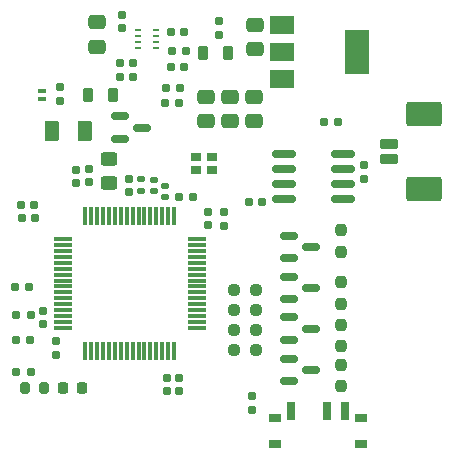
<source format=gbr>
%TF.GenerationSoftware,KiCad,Pcbnew,7.0.6*%
%TF.CreationDate,2023-10-31T01:28:30+01:00*%
%TF.ProjectId,BMSv2,424d5376-322e-46b6-9963-61645f706362,rev?*%
%TF.SameCoordinates,Original*%
%TF.FileFunction,Paste,Top*%
%TF.FilePolarity,Positive*%
%FSLAX46Y46*%
G04 Gerber Fmt 4.6, Leading zero omitted, Abs format (unit mm)*
G04 Created by KiCad (PCBNEW 7.0.6) date 2023-10-31 01:28:30*
%MOMM*%
%LPD*%
G01*
G04 APERTURE LIST*
G04 Aperture macros list*
%AMRoundRect*
0 Rectangle with rounded corners*
0 $1 Rounding radius*
0 $2 $3 $4 $5 $6 $7 $8 $9 X,Y pos of 4 corners*
0 Add a 4 corners polygon primitive as box body*
4,1,4,$2,$3,$4,$5,$6,$7,$8,$9,$2,$3,0*
0 Add four circle primitives for the rounded corners*
1,1,$1+$1,$2,$3*
1,1,$1+$1,$4,$5*
1,1,$1+$1,$6,$7*
1,1,$1+$1,$8,$9*
0 Add four rect primitives between the rounded corners*
20,1,$1+$1,$2,$3,$4,$5,0*
20,1,$1+$1,$4,$5,$6,$7,0*
20,1,$1+$1,$6,$7,$8,$9,0*
20,1,$1+$1,$8,$9,$2,$3,0*%
G04 Aperture macros list end*
%ADD10RoundRect,0.075000X-0.075000X0.700000X-0.075000X-0.700000X0.075000X-0.700000X0.075000X0.700000X0*%
%ADD11RoundRect,0.075000X-0.700000X0.075000X-0.700000X-0.075000X0.700000X-0.075000X0.700000X0.075000X0*%
%ADD12R,1.000000X0.800000*%
%ADD13R,0.700000X1.500000*%
%ADD14RoundRect,0.155000X-0.212500X-0.155000X0.212500X-0.155000X0.212500X0.155000X-0.212500X0.155000X0*%
%ADD15RoundRect,0.160000X-0.160000X0.197500X-0.160000X-0.197500X0.160000X-0.197500X0.160000X0.197500X0*%
%ADD16RoundRect,0.150000X-0.587500X-0.150000X0.587500X-0.150000X0.587500X0.150000X-0.587500X0.150000X0*%
%ADD17RoundRect,0.160000X0.197500X0.160000X-0.197500X0.160000X-0.197500X-0.160000X0.197500X-0.160000X0*%
%ADD18RoundRect,0.155000X0.155000X-0.212500X0.155000X0.212500X-0.155000X0.212500X-0.155000X-0.212500X0*%
%ADD19RoundRect,0.218750X-0.218750X-0.256250X0.218750X-0.256250X0.218750X0.256250X-0.218750X0.256250X0*%
%ADD20RoundRect,0.237500X-0.250000X-0.237500X0.250000X-0.237500X0.250000X0.237500X-0.250000X0.237500X0*%
%ADD21RoundRect,0.250000X0.475000X-0.337500X0.475000X0.337500X-0.475000X0.337500X-0.475000X-0.337500X0*%
%ADD22RoundRect,0.250000X-0.375000X-0.625000X0.375000X-0.625000X0.375000X0.625000X-0.375000X0.625000X0*%
%ADD23RoundRect,0.237500X0.237500X-0.250000X0.237500X0.250000X-0.237500X0.250000X-0.237500X-0.250000X0*%
%ADD24RoundRect,0.140000X0.170000X-0.140000X0.170000X0.140000X-0.170000X0.140000X-0.170000X-0.140000X0*%
%ADD25RoundRect,0.218750X-0.218750X-0.381250X0.218750X-0.381250X0.218750X0.381250X-0.218750X0.381250X0*%
%ADD26RoundRect,0.140000X-0.170000X0.140000X-0.170000X-0.140000X0.170000X-0.140000X0.170000X0.140000X0*%
%ADD27RoundRect,0.135000X-0.185000X0.135000X-0.185000X-0.135000X0.185000X-0.135000X0.185000X0.135000X0*%
%ADD28R,0.850000X0.750000*%
%ADD29R,0.609600X0.279400*%
%ADD30RoundRect,0.250000X-0.475000X0.337500X-0.475000X-0.337500X0.475000X-0.337500X0.475000X0.337500X0*%
%ADD31RoundRect,0.160000X0.160000X-0.197500X0.160000X0.197500X-0.160000X0.197500X-0.160000X-0.197500X0*%
%ADD32R,2.000000X1.500000*%
%ADD33R,2.000000X3.800000*%
%ADD34RoundRect,0.150000X-0.825000X-0.150000X0.825000X-0.150000X0.825000X0.150000X-0.825000X0.150000X0*%
%ADD35RoundRect,0.200000X0.200000X0.275000X-0.200000X0.275000X-0.200000X-0.275000X0.200000X-0.275000X0*%
%ADD36RoundRect,0.155000X-0.155000X0.212500X-0.155000X-0.212500X0.155000X-0.212500X0.155000X0.212500X0*%
%ADD37RoundRect,0.155000X0.212500X0.155000X-0.212500X0.155000X-0.212500X-0.155000X0.212500X-0.155000X0*%
%ADD38RoundRect,0.250000X0.450000X-0.325000X0.450000X0.325000X-0.450000X0.325000X-0.450000X-0.325000X0*%
%ADD39RoundRect,0.200000X0.600000X-0.200000X0.600000X0.200000X-0.600000X0.200000X-0.600000X-0.200000X0*%
%ADD40RoundRect,0.250001X1.249999X-0.799999X1.249999X0.799999X-1.249999X0.799999X-1.249999X-0.799999X0*%
%ADD41R,0.700000X0.400000*%
G04 APERTURE END LIST*
D10*
%TO.C,U1*%
X89926800Y-63042800D03*
X89426800Y-63042800D03*
X88926800Y-63042800D03*
X88426800Y-63042800D03*
X87926800Y-63042800D03*
X87426800Y-63042800D03*
X86926800Y-63042800D03*
X86426800Y-63042800D03*
X85926800Y-63042800D03*
X85426800Y-63042800D03*
X84926800Y-63042800D03*
X84426800Y-63042800D03*
X83926800Y-63042800D03*
X83426800Y-63042800D03*
X82926800Y-63042800D03*
X82426800Y-63042800D03*
D11*
X80501800Y-64967800D03*
X80501800Y-65467800D03*
X80501800Y-65967800D03*
X80501800Y-66467800D03*
X80501800Y-66967800D03*
X80501800Y-67467800D03*
X80501800Y-67967800D03*
X80501800Y-68467800D03*
X80501800Y-68967800D03*
X80501800Y-69467800D03*
X80501800Y-69967800D03*
X80501800Y-70467800D03*
X80501800Y-70967800D03*
X80501800Y-71467800D03*
X80501800Y-71967800D03*
X80501800Y-72467800D03*
D10*
X82426800Y-74392800D03*
X82926800Y-74392800D03*
X83426800Y-74392800D03*
X83926800Y-74392800D03*
X84426800Y-74392800D03*
X84926800Y-74392800D03*
X85426800Y-74392800D03*
X85926800Y-74392800D03*
X86426800Y-74392800D03*
X86926800Y-74392800D03*
X87426800Y-74392800D03*
X87926800Y-74392800D03*
X88426800Y-74392800D03*
X88926800Y-74392800D03*
X89426800Y-74392800D03*
X89926800Y-74392800D03*
D11*
X91851800Y-72467800D03*
X91851800Y-71967800D03*
X91851800Y-71467800D03*
X91851800Y-70967800D03*
X91851800Y-70467800D03*
X91851800Y-69967800D03*
X91851800Y-69467800D03*
X91851800Y-68967800D03*
X91851800Y-68467800D03*
X91851800Y-67967800D03*
X91851800Y-67467800D03*
X91851800Y-66967800D03*
X91851800Y-66467800D03*
X91851800Y-65967800D03*
X91851800Y-65467800D03*
X91851800Y-64967800D03*
%TD*%
D12*
%TO.C,SW1*%
X98468600Y-80125000D03*
X98468600Y-82335000D03*
X105768600Y-80125000D03*
X105768600Y-82335000D03*
D13*
X99868600Y-79475000D03*
X102868600Y-79475000D03*
X104368600Y-79475000D03*
%TD*%
D14*
%TO.C,C15*%
X89653300Y-47396400D03*
X90788300Y-47396400D03*
%TD*%
D15*
%TO.C,R6*%
X93726000Y-46494100D03*
X93726000Y-47689100D03*
%TD*%
D16*
%TO.C,Q1*%
X85320900Y-54574400D03*
X85320900Y-56474400D03*
X87195900Y-55524400D03*
%TD*%
D17*
%TO.C,R4*%
X77661100Y-69011800D03*
X76466100Y-69011800D03*
%TD*%
D18*
%TO.C,C10*%
X82747800Y-60166700D03*
X82747800Y-59031700D03*
%TD*%
%TO.C,C6*%
X92780800Y-63807600D03*
X92780800Y-62672600D03*
%TD*%
D16*
%TO.C,Q13*%
X99664791Y-75090491D03*
X99664791Y-76990491D03*
X101539791Y-76040491D03*
%TD*%
D19*
%TO.C,D6*%
X80531100Y-77571600D03*
X82106100Y-77571600D03*
%TD*%
D20*
%TO.C,R31*%
X95048700Y-72669400D03*
X96873700Y-72669400D03*
%TD*%
D15*
%TO.C,R11*%
X105994200Y-58711500D03*
X105994200Y-59906500D03*
%TD*%
D14*
%TO.C,C5*%
X77029500Y-63169800D03*
X78164500Y-63169800D03*
%TD*%
D21*
%TO.C,C20*%
X96774000Y-48891100D03*
X96774000Y-46816100D03*
%TD*%
D22*
%TO.C,F1*%
X79626000Y-55778400D03*
X82426000Y-55778400D03*
%TD*%
D23*
%TO.C,R36*%
X104039696Y-77421709D03*
X104039696Y-75596709D03*
%TD*%
D24*
%TO.C,C32*%
X89174000Y-61425400D03*
X89174000Y-60465400D03*
%TD*%
D17*
%TO.C,R10*%
X90411900Y-52171600D03*
X89216900Y-52171600D03*
%TD*%
D25*
%TO.C,FB1*%
X82630500Y-52755800D03*
X84755500Y-52755800D03*
%TD*%
D26*
%TO.C,C33*%
X88234200Y-59957400D03*
X88234200Y-60917400D03*
%TD*%
D23*
%TO.C,R33*%
X104039696Y-66021709D03*
X104039696Y-64196709D03*
%TD*%
D20*
%TO.C,R29*%
X95048700Y-69240400D03*
X96873700Y-69240400D03*
%TD*%
D17*
%TO.C,R3*%
X77788100Y-71374000D03*
X76593100Y-71374000D03*
%TD*%
D27*
%TO.C,R28*%
X87116600Y-59902600D03*
X87116600Y-60922600D03*
%TD*%
D28*
%TO.C,Y1*%
X91828600Y-59090600D03*
X93178600Y-59090600D03*
X93178600Y-58040600D03*
X91828600Y-58040600D03*
%TD*%
D14*
%TO.C,C3*%
X90364500Y-61428000D03*
X91499500Y-61428000D03*
%TD*%
D16*
%TO.C,Q11*%
X99639391Y-68156291D03*
X99639391Y-70056291D03*
X101514391Y-69106291D03*
%TD*%
D17*
%TO.C,R7*%
X90919900Y-49072800D03*
X89724900Y-49072800D03*
%TD*%
D25*
%TO.C,L2*%
X92358700Y-49174400D03*
X94483700Y-49174400D03*
%TD*%
D18*
%TO.C,C9*%
X81604800Y-60217500D03*
X81604800Y-59082500D03*
%TD*%
D29*
%TO.C,U4*%
X86876125Y-47278974D03*
X86876125Y-47778975D03*
X86876125Y-48278975D03*
X86876125Y-48778976D03*
X88374725Y-48778976D03*
X88374725Y-48278975D03*
X88374725Y-47778975D03*
X88374725Y-47278974D03*
%TD*%
D30*
%TO.C,C23*%
X96672400Y-52912100D03*
X96672400Y-54987100D03*
%TD*%
D18*
%TO.C,C13*%
X80264000Y-53247100D03*
X80264000Y-52112100D03*
%TD*%
D23*
%TO.C,R34*%
X104039696Y-70421709D03*
X104039696Y-68596709D03*
%TD*%
D18*
%TO.C,C14*%
X85496400Y-47125700D03*
X85496400Y-45990700D03*
%TD*%
D16*
%TO.C,Q10*%
X99641691Y-64701891D03*
X99641691Y-66601891D03*
X101516691Y-65651891D03*
%TD*%
D17*
%TO.C,R45*%
X103823100Y-55041800D03*
X102628100Y-55041800D03*
%TD*%
D21*
%TO.C,C21*%
X83388200Y-48662500D03*
X83388200Y-46587500D03*
%TD*%
D20*
%TO.C,R30*%
X95048700Y-70967600D03*
X96873700Y-70967600D03*
%TD*%
D30*
%TO.C,C18*%
X94640400Y-52912100D03*
X94640400Y-54987100D03*
%TD*%
D17*
%TO.C,R2*%
X77711900Y-73533000D03*
X76516900Y-73533000D03*
%TD*%
D31*
%TO.C,R5*%
X96494600Y-79413700D03*
X96494600Y-78218700D03*
%TD*%
D32*
%TO.C,U5*%
X99110400Y-46823600D03*
X99110400Y-49123600D03*
D33*
X105410400Y-49123600D03*
D32*
X99110400Y-51423600D03*
%TD*%
D31*
%TO.C,R8*%
X85369400Y-51270500D03*
X85369400Y-50075500D03*
%TD*%
D34*
%TO.C,U2*%
X99277400Y-57785000D03*
X99277400Y-59055000D03*
X99277400Y-60325000D03*
X99277400Y-61595000D03*
X104227400Y-61595000D03*
X104227400Y-60325000D03*
X104227400Y-59055000D03*
X104227400Y-57785000D03*
%TD*%
D35*
%TO.C,R46*%
X78943200Y-77571600D03*
X77293200Y-77571600D03*
%TD*%
D23*
%TO.C,R35*%
X104039696Y-74021709D03*
X104039696Y-72196709D03*
%TD*%
D14*
%TO.C,C22*%
X96257300Y-61823600D03*
X97392300Y-61823600D03*
%TD*%
%TO.C,C11*%
X76978700Y-62103000D03*
X78113700Y-62103000D03*
%TD*%
D36*
%TO.C,C1*%
X79959200Y-73600500D03*
X79959200Y-74735500D03*
%TD*%
D37*
%TO.C,C17*%
X90331100Y-53441600D03*
X89196100Y-53441600D03*
%TD*%
D16*
%TO.C,Q12*%
X99641691Y-71587591D03*
X99641691Y-73487591D03*
X101516691Y-72537591D03*
%TD*%
D38*
%TO.C,L1*%
X84398800Y-60192400D03*
X84398800Y-58142400D03*
%TD*%
D14*
%TO.C,C16*%
X89653300Y-50393600D03*
X90788300Y-50393600D03*
%TD*%
D36*
%TO.C,C7*%
X89306400Y-76708000D03*
X89306400Y-77843000D03*
%TD*%
D31*
%TO.C,R9*%
X86487000Y-51270500D03*
X86487000Y-50075500D03*
%TD*%
D39*
%TO.C,J4*%
X108163600Y-58156400D03*
X108163600Y-56906400D03*
D40*
X111063600Y-60706400D03*
X111063600Y-54356400D03*
%TD*%
D30*
%TO.C,C19*%
X92659200Y-52912100D03*
X92659200Y-54987100D03*
%TD*%
D18*
%TO.C,C12*%
X86100600Y-60982100D03*
X86100600Y-59847100D03*
%TD*%
%TO.C,C2*%
X94127000Y-63824300D03*
X94127000Y-62689300D03*
%TD*%
D41*
%TO.C,D1*%
X78714600Y-52386000D03*
X78714600Y-53086000D03*
%TD*%
D20*
%TO.C,R32*%
X95048700Y-74371200D03*
X96873700Y-74371200D03*
%TD*%
D18*
%TO.C,C8*%
X78867000Y-72170100D03*
X78867000Y-71035100D03*
%TD*%
D17*
%TO.C,R1*%
X77788100Y-76200000D03*
X76593100Y-76200000D03*
%TD*%
D36*
%TO.C,C4*%
X90347800Y-76708000D03*
X90347800Y-77843000D03*
%TD*%
M02*

</source>
